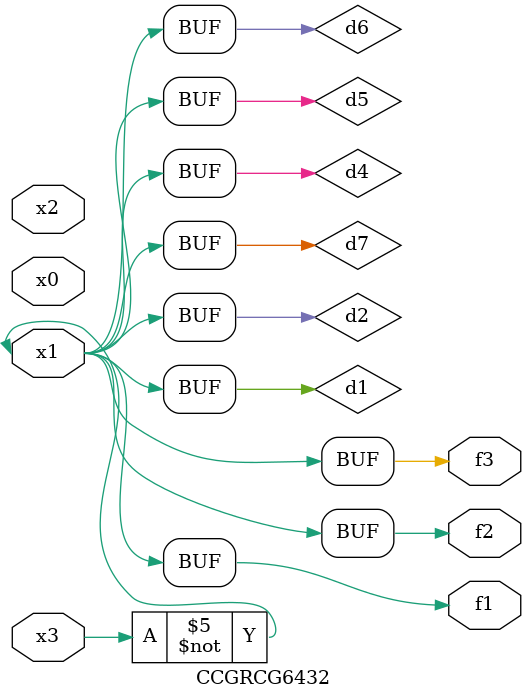
<source format=v>
module CCGRCG6432(
	input x0, x1, x2, x3,
	output f1, f2, f3
);

	wire d1, d2, d3, d4, d5, d6, d7;

	not (d1, x3);
	buf (d2, x1);
	xnor (d3, d1, d2);
	nor (d4, d1);
	buf (d5, d1, d2);
	buf (d6, d4, d5);
	nand (d7, d4);
	assign f1 = d6;
	assign f2 = d7;
	assign f3 = d6;
endmodule

</source>
